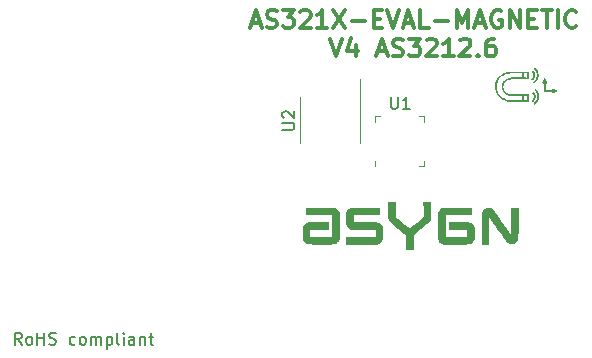
<source format=gbr>
G04 #@! TF.GenerationSoftware,KiCad,Pcbnew,6.0.9-8da3e8f707~117~ubuntu20.04.1*
G04 #@! TF.CreationDate,2022-12-15T16:29:10+01:00*
G04 #@! TF.ProjectId,picsyle-R_magnetic_915,70696373-796c-4652-9d52-5f6d61676e65,rev?*
G04 #@! TF.SameCoordinates,Original*
G04 #@! TF.FileFunction,Legend,Top*
G04 #@! TF.FilePolarity,Positive*
%FSLAX46Y46*%
G04 Gerber Fmt 4.6, Leading zero omitted, Abs format (unit mm)*
G04 Created by KiCad (PCBNEW 6.0.9-8da3e8f707~117~ubuntu20.04.1) date 2022-12-15 16:29:10*
%MOMM*%
%LPD*%
G01*
G04 APERTURE LIST*
%ADD10C,0.150000*%
%ADD11C,0.300000*%
%ADD12C,0.010000*%
%ADD13C,0.120000*%
G04 APERTURE END LIST*
D10*
X46295714Y-81512380D02*
X45962380Y-81036190D01*
X45724285Y-81512380D02*
X45724285Y-80512380D01*
X46105238Y-80512380D01*
X46200476Y-80560000D01*
X46248095Y-80607619D01*
X46295714Y-80702857D01*
X46295714Y-80845714D01*
X46248095Y-80940952D01*
X46200476Y-80988571D01*
X46105238Y-81036190D01*
X45724285Y-81036190D01*
X46867142Y-81512380D02*
X46771904Y-81464761D01*
X46724285Y-81417142D01*
X46676666Y-81321904D01*
X46676666Y-81036190D01*
X46724285Y-80940952D01*
X46771904Y-80893333D01*
X46867142Y-80845714D01*
X47010000Y-80845714D01*
X47105238Y-80893333D01*
X47152857Y-80940952D01*
X47200476Y-81036190D01*
X47200476Y-81321904D01*
X47152857Y-81417142D01*
X47105238Y-81464761D01*
X47010000Y-81512380D01*
X46867142Y-81512380D01*
X47629047Y-81512380D02*
X47629047Y-80512380D01*
X47629047Y-80988571D02*
X48200476Y-80988571D01*
X48200476Y-81512380D02*
X48200476Y-80512380D01*
X48629047Y-81464761D02*
X48771904Y-81512380D01*
X49010000Y-81512380D01*
X49105238Y-81464761D01*
X49152857Y-81417142D01*
X49200476Y-81321904D01*
X49200476Y-81226666D01*
X49152857Y-81131428D01*
X49105238Y-81083809D01*
X49010000Y-81036190D01*
X48819523Y-80988571D01*
X48724285Y-80940952D01*
X48676666Y-80893333D01*
X48629047Y-80798095D01*
X48629047Y-80702857D01*
X48676666Y-80607619D01*
X48724285Y-80560000D01*
X48819523Y-80512380D01*
X49057619Y-80512380D01*
X49200476Y-80560000D01*
X50819523Y-81464761D02*
X50724285Y-81512380D01*
X50533809Y-81512380D01*
X50438571Y-81464761D01*
X50390952Y-81417142D01*
X50343333Y-81321904D01*
X50343333Y-81036190D01*
X50390952Y-80940952D01*
X50438571Y-80893333D01*
X50533809Y-80845714D01*
X50724285Y-80845714D01*
X50819523Y-80893333D01*
X51390952Y-81512380D02*
X51295714Y-81464761D01*
X51248095Y-81417142D01*
X51200476Y-81321904D01*
X51200476Y-81036190D01*
X51248095Y-80940952D01*
X51295714Y-80893333D01*
X51390952Y-80845714D01*
X51533809Y-80845714D01*
X51629047Y-80893333D01*
X51676666Y-80940952D01*
X51724285Y-81036190D01*
X51724285Y-81321904D01*
X51676666Y-81417142D01*
X51629047Y-81464761D01*
X51533809Y-81512380D01*
X51390952Y-81512380D01*
X52152857Y-81512380D02*
X52152857Y-80845714D01*
X52152857Y-80940952D02*
X52200476Y-80893333D01*
X52295714Y-80845714D01*
X52438571Y-80845714D01*
X52533809Y-80893333D01*
X52581428Y-80988571D01*
X52581428Y-81512380D01*
X52581428Y-80988571D02*
X52629047Y-80893333D01*
X52724285Y-80845714D01*
X52867142Y-80845714D01*
X52962380Y-80893333D01*
X53010000Y-80988571D01*
X53010000Y-81512380D01*
X53486190Y-80845714D02*
X53486190Y-81845714D01*
X53486190Y-80893333D02*
X53581428Y-80845714D01*
X53771904Y-80845714D01*
X53867142Y-80893333D01*
X53914761Y-80940952D01*
X53962380Y-81036190D01*
X53962380Y-81321904D01*
X53914761Y-81417142D01*
X53867142Y-81464761D01*
X53771904Y-81512380D01*
X53581428Y-81512380D01*
X53486190Y-81464761D01*
X54533809Y-81512380D02*
X54438571Y-81464761D01*
X54390952Y-81369523D01*
X54390952Y-80512380D01*
X54914761Y-81512380D02*
X54914761Y-80845714D01*
X54914761Y-80512380D02*
X54867142Y-80560000D01*
X54914761Y-80607619D01*
X54962380Y-80560000D01*
X54914761Y-80512380D01*
X54914761Y-80607619D01*
X55819523Y-81512380D02*
X55819523Y-80988571D01*
X55771904Y-80893333D01*
X55676666Y-80845714D01*
X55486190Y-80845714D01*
X55390952Y-80893333D01*
X55819523Y-81464761D02*
X55724285Y-81512380D01*
X55486190Y-81512380D01*
X55390952Y-81464761D01*
X55343333Y-81369523D01*
X55343333Y-81274285D01*
X55390952Y-81179047D01*
X55486190Y-81131428D01*
X55724285Y-81131428D01*
X55819523Y-81083809D01*
X56295714Y-80845714D02*
X56295714Y-81512380D01*
X56295714Y-80940952D02*
X56343333Y-80893333D01*
X56438571Y-80845714D01*
X56581428Y-80845714D01*
X56676666Y-80893333D01*
X56724285Y-80988571D01*
X56724285Y-81512380D01*
X57057619Y-80845714D02*
X57438571Y-80845714D01*
X57200476Y-80512380D02*
X57200476Y-81369523D01*
X57248095Y-81464761D01*
X57343333Y-81512380D01*
X57438571Y-81512380D01*
D11*
X65750000Y-54272500D02*
X66464285Y-54272500D01*
X65607142Y-54701071D02*
X66107142Y-53201071D01*
X66607142Y-54701071D01*
X67035714Y-54629642D02*
X67250000Y-54701071D01*
X67607142Y-54701071D01*
X67750000Y-54629642D01*
X67821428Y-54558214D01*
X67892857Y-54415357D01*
X67892857Y-54272500D01*
X67821428Y-54129642D01*
X67750000Y-54058214D01*
X67607142Y-53986785D01*
X67321428Y-53915357D01*
X67178571Y-53843928D01*
X67107142Y-53772500D01*
X67035714Y-53629642D01*
X67035714Y-53486785D01*
X67107142Y-53343928D01*
X67178571Y-53272500D01*
X67321428Y-53201071D01*
X67678571Y-53201071D01*
X67892857Y-53272500D01*
X68392857Y-53201071D02*
X69321428Y-53201071D01*
X68821428Y-53772500D01*
X69035714Y-53772500D01*
X69178571Y-53843928D01*
X69250000Y-53915357D01*
X69321428Y-54058214D01*
X69321428Y-54415357D01*
X69250000Y-54558214D01*
X69178571Y-54629642D01*
X69035714Y-54701071D01*
X68607142Y-54701071D01*
X68464285Y-54629642D01*
X68392857Y-54558214D01*
X69892857Y-53343928D02*
X69964285Y-53272500D01*
X70107142Y-53201071D01*
X70464285Y-53201071D01*
X70607142Y-53272500D01*
X70678571Y-53343928D01*
X70750000Y-53486785D01*
X70750000Y-53629642D01*
X70678571Y-53843928D01*
X69821428Y-54701071D01*
X70750000Y-54701071D01*
X72178571Y-54701071D02*
X71321428Y-54701071D01*
X71750000Y-54701071D02*
X71750000Y-53201071D01*
X71607142Y-53415357D01*
X71464285Y-53558214D01*
X71321428Y-53629642D01*
X72678571Y-53201071D02*
X73678571Y-54701071D01*
X73678571Y-53201071D02*
X72678571Y-54701071D01*
X74250000Y-54129642D02*
X75392857Y-54129642D01*
X76107142Y-53915357D02*
X76607142Y-53915357D01*
X76821428Y-54701071D02*
X76107142Y-54701071D01*
X76107142Y-53201071D01*
X76821428Y-53201071D01*
X77250000Y-53201071D02*
X77750000Y-54701071D01*
X78250000Y-53201071D01*
X78678571Y-54272500D02*
X79392857Y-54272500D01*
X78535714Y-54701071D02*
X79035714Y-53201071D01*
X79535714Y-54701071D01*
X80750000Y-54701071D02*
X80035714Y-54701071D01*
X80035714Y-53201071D01*
X81250000Y-54129642D02*
X82392857Y-54129642D01*
X83107142Y-54701071D02*
X83107142Y-53201071D01*
X83607142Y-54272500D01*
X84107142Y-53201071D01*
X84107142Y-54701071D01*
X84750000Y-54272500D02*
X85464285Y-54272500D01*
X84607142Y-54701071D02*
X85107142Y-53201071D01*
X85607142Y-54701071D01*
X86892857Y-53272500D02*
X86750000Y-53201071D01*
X86535714Y-53201071D01*
X86321428Y-53272500D01*
X86178571Y-53415357D01*
X86107142Y-53558214D01*
X86035714Y-53843928D01*
X86035714Y-54058214D01*
X86107142Y-54343928D01*
X86178571Y-54486785D01*
X86321428Y-54629642D01*
X86535714Y-54701071D01*
X86678571Y-54701071D01*
X86892857Y-54629642D01*
X86964285Y-54558214D01*
X86964285Y-54058214D01*
X86678571Y-54058214D01*
X87607142Y-54701071D02*
X87607142Y-53201071D01*
X88464285Y-54701071D01*
X88464285Y-53201071D01*
X89178571Y-53915357D02*
X89678571Y-53915357D01*
X89892857Y-54701071D02*
X89178571Y-54701071D01*
X89178571Y-53201071D01*
X89892857Y-53201071D01*
X90321428Y-53201071D02*
X91178571Y-53201071D01*
X90750000Y-54701071D02*
X90750000Y-53201071D01*
X91678571Y-54701071D02*
X91678571Y-53201071D01*
X93250000Y-54558214D02*
X93178571Y-54629642D01*
X92964285Y-54701071D01*
X92821428Y-54701071D01*
X92607142Y-54629642D01*
X92464285Y-54486785D01*
X92392857Y-54343928D01*
X92321428Y-54058214D01*
X92321428Y-53843928D01*
X92392857Y-53558214D01*
X92464285Y-53415357D01*
X92607142Y-53272500D01*
X92821428Y-53201071D01*
X92964285Y-53201071D01*
X93178571Y-53272500D01*
X93250000Y-53343928D01*
X72428571Y-55616071D02*
X72928571Y-57116071D01*
X73428571Y-55616071D01*
X74571428Y-56116071D02*
X74571428Y-57116071D01*
X74214285Y-55544642D02*
X73857142Y-56616071D01*
X74785714Y-56616071D01*
X76428571Y-56687500D02*
X77142857Y-56687500D01*
X76285714Y-57116071D02*
X76785714Y-55616071D01*
X77285714Y-57116071D01*
X77714285Y-57044642D02*
X77928571Y-57116071D01*
X78285714Y-57116071D01*
X78428571Y-57044642D01*
X78500000Y-56973214D01*
X78571428Y-56830357D01*
X78571428Y-56687500D01*
X78500000Y-56544642D01*
X78428571Y-56473214D01*
X78285714Y-56401785D01*
X78000000Y-56330357D01*
X77857142Y-56258928D01*
X77785714Y-56187500D01*
X77714285Y-56044642D01*
X77714285Y-55901785D01*
X77785714Y-55758928D01*
X77857142Y-55687500D01*
X78000000Y-55616071D01*
X78357142Y-55616071D01*
X78571428Y-55687500D01*
X79071428Y-55616071D02*
X80000000Y-55616071D01*
X79500000Y-56187500D01*
X79714285Y-56187500D01*
X79857142Y-56258928D01*
X79928571Y-56330357D01*
X80000000Y-56473214D01*
X80000000Y-56830357D01*
X79928571Y-56973214D01*
X79857142Y-57044642D01*
X79714285Y-57116071D01*
X79285714Y-57116071D01*
X79142857Y-57044642D01*
X79071428Y-56973214D01*
X80571428Y-55758928D02*
X80642857Y-55687500D01*
X80785714Y-55616071D01*
X81142857Y-55616071D01*
X81285714Y-55687500D01*
X81357142Y-55758928D01*
X81428571Y-55901785D01*
X81428571Y-56044642D01*
X81357142Y-56258928D01*
X80500000Y-57116071D01*
X81428571Y-57116071D01*
X82857142Y-57116071D02*
X82000000Y-57116071D01*
X82428571Y-57116071D02*
X82428571Y-55616071D01*
X82285714Y-55830357D01*
X82142857Y-55973214D01*
X82000000Y-56044642D01*
X83428571Y-55758928D02*
X83500000Y-55687500D01*
X83642857Y-55616071D01*
X84000000Y-55616071D01*
X84142857Y-55687500D01*
X84214285Y-55758928D01*
X84285714Y-55901785D01*
X84285714Y-56044642D01*
X84214285Y-56258928D01*
X83357142Y-57116071D01*
X84285714Y-57116071D01*
X84928571Y-56973214D02*
X85000000Y-57044642D01*
X84928571Y-57116071D01*
X84857142Y-57044642D01*
X84928571Y-56973214D01*
X84928571Y-57116071D01*
X86285714Y-55616071D02*
X86000000Y-55616071D01*
X85857142Y-55687500D01*
X85785714Y-55758928D01*
X85642857Y-55973214D01*
X85571428Y-56258928D01*
X85571428Y-56830357D01*
X85642857Y-56973214D01*
X85714285Y-57044642D01*
X85857142Y-57116071D01*
X86142857Y-57116071D01*
X86285714Y-57044642D01*
X86357142Y-56973214D01*
X86428571Y-56830357D01*
X86428571Y-56473214D01*
X86357142Y-56330357D01*
X86285714Y-56258928D01*
X86142857Y-56187500D01*
X85857142Y-56187500D01*
X85714285Y-56258928D01*
X85642857Y-56330357D01*
X85571428Y-56473214D01*
D10*
X68372380Y-63311904D02*
X69181904Y-63311904D01*
X69277142Y-63264285D01*
X69324761Y-63216666D01*
X69372380Y-63121428D01*
X69372380Y-62930952D01*
X69324761Y-62835714D01*
X69277142Y-62788095D01*
X69181904Y-62740476D01*
X68372380Y-62740476D01*
X68467619Y-62311904D02*
X68420000Y-62264285D01*
X68372380Y-62169047D01*
X68372380Y-61930952D01*
X68420000Y-61835714D01*
X68467619Y-61788095D01*
X68562857Y-61740476D01*
X68658095Y-61740476D01*
X68800952Y-61788095D01*
X69372380Y-62359523D01*
X69372380Y-61740476D01*
X77558095Y-60542380D02*
X77558095Y-61351904D01*
X77605714Y-61447142D01*
X77653333Y-61494761D01*
X77748571Y-61542380D01*
X77939047Y-61542380D01*
X78034285Y-61494761D01*
X78081904Y-61447142D01*
X78129523Y-61351904D01*
X78129523Y-60542380D01*
X79129523Y-61542380D02*
X78558095Y-61542380D01*
X78843809Y-61542380D02*
X78843809Y-60542380D01*
X78748571Y-60685238D01*
X78653333Y-60780476D01*
X78558095Y-60828095D01*
G36*
X84323500Y-70476917D02*
G01*
X82090416Y-70476917D01*
X82090416Y-72403083D01*
X84016583Y-72403083D01*
X84016583Y-71715167D01*
X82492583Y-71715167D01*
X82492583Y-71164833D01*
X83310568Y-71164833D01*
X83467494Y-71164840D01*
X83604761Y-71164924D01*
X83723876Y-71165177D01*
X83826347Y-71165691D01*
X83913681Y-71166559D01*
X83987386Y-71167875D01*
X84048969Y-71169729D01*
X84099937Y-71172216D01*
X84141799Y-71175428D01*
X84176061Y-71179457D01*
X84204231Y-71184396D01*
X84227817Y-71190338D01*
X84248325Y-71197375D01*
X84267264Y-71205600D01*
X84286141Y-71215106D01*
X84306463Y-71225985D01*
X84306558Y-71226036D01*
X84371669Y-71270419D01*
X84433803Y-71329947D01*
X84487455Y-71398748D01*
X84518415Y-71452086D01*
X84532674Y-71483149D01*
X84544563Y-71514965D01*
X84554260Y-71549665D01*
X84561945Y-71589377D01*
X84567795Y-71636229D01*
X84571988Y-71692352D01*
X84574704Y-71759873D01*
X84576120Y-71840923D01*
X84576415Y-71937630D01*
X84575767Y-72052123D01*
X84575025Y-72127917D01*
X84573835Y-72231216D01*
X84572638Y-72315703D01*
X84571300Y-72383732D01*
X84569687Y-72437657D01*
X84567667Y-72479832D01*
X84565105Y-72512611D01*
X84561868Y-72538348D01*
X84557823Y-72559397D01*
X84552836Y-72578112D01*
X84548768Y-72590918D01*
X84508930Y-72680163D01*
X84452716Y-72761590D01*
X84383274Y-72832260D01*
X84303749Y-72889232D01*
X84217290Y-72929566D01*
X84172351Y-72942597D01*
X84154273Y-72944297D01*
X84115891Y-72945868D01*
X84058064Y-72947301D01*
X83981653Y-72948589D01*
X83887521Y-72949724D01*
X83776527Y-72950698D01*
X83649532Y-72951503D01*
X83507399Y-72952131D01*
X83350987Y-72952575D01*
X83181158Y-72952827D01*
X83042916Y-72952885D01*
X81958125Y-72952870D01*
X81886917Y-72928602D01*
X81809559Y-72894584D01*
X81735733Y-72848095D01*
X81673234Y-72794247D01*
X81659809Y-72779681D01*
X81625431Y-72732174D01*
X81591961Y-72672080D01*
X81563418Y-72607750D01*
X81543822Y-72547534D01*
X81540244Y-72531284D01*
X81538363Y-72510596D01*
X81536658Y-72470613D01*
X81535128Y-72413129D01*
X81533772Y-72339934D01*
X81532590Y-72252819D01*
X81531580Y-72153576D01*
X81530742Y-72043995D01*
X81530074Y-71925868D01*
X81529578Y-71800985D01*
X81529250Y-71671139D01*
X81529091Y-71538120D01*
X81529100Y-71403719D01*
X81529276Y-71269728D01*
X81529619Y-71137937D01*
X81530127Y-71010138D01*
X81530800Y-70888122D01*
X81531637Y-70773681D01*
X81532637Y-70668604D01*
X81533800Y-70574684D01*
X81535124Y-70493711D01*
X81536609Y-70427477D01*
X81538254Y-70377773D01*
X81540059Y-70346390D01*
X81541195Y-70337208D01*
X81568411Y-70251646D01*
X81612156Y-70168794D01*
X81669024Y-70093102D01*
X81735611Y-70029020D01*
X81808511Y-69980995D01*
X81817102Y-69976724D01*
X81836163Y-69967518D01*
X81853718Y-69959299D01*
X81871013Y-69952008D01*
X81889295Y-69945591D01*
X81909809Y-69939992D01*
X81933802Y-69935155D01*
X81962520Y-69931023D01*
X81997208Y-69927542D01*
X82039113Y-69924655D01*
X82089481Y-69922306D01*
X82149558Y-69920439D01*
X82220590Y-69918999D01*
X82303823Y-69917929D01*
X82400502Y-69917174D01*
X82511875Y-69916677D01*
X82639187Y-69916384D01*
X82783685Y-69916237D01*
X82946613Y-69916181D01*
X83129219Y-69916161D01*
X83167270Y-69916156D01*
X84323500Y-69916000D01*
X84323500Y-70476917D01*
G37*
D12*
X84323500Y-70476917D02*
X82090416Y-70476917D01*
X82090416Y-72403083D01*
X84016583Y-72403083D01*
X84016583Y-71715167D01*
X82492583Y-71715167D01*
X82492583Y-71164833D01*
X83310568Y-71164833D01*
X83467494Y-71164840D01*
X83604761Y-71164924D01*
X83723876Y-71165177D01*
X83826347Y-71165691D01*
X83913681Y-71166559D01*
X83987386Y-71167875D01*
X84048969Y-71169729D01*
X84099937Y-71172216D01*
X84141799Y-71175428D01*
X84176061Y-71179457D01*
X84204231Y-71184396D01*
X84227817Y-71190338D01*
X84248325Y-71197375D01*
X84267264Y-71205600D01*
X84286141Y-71215106D01*
X84306463Y-71225985D01*
X84306558Y-71226036D01*
X84371669Y-71270419D01*
X84433803Y-71329947D01*
X84487455Y-71398748D01*
X84518415Y-71452086D01*
X84532674Y-71483149D01*
X84544563Y-71514965D01*
X84554260Y-71549665D01*
X84561945Y-71589377D01*
X84567795Y-71636229D01*
X84571988Y-71692352D01*
X84574704Y-71759873D01*
X84576120Y-71840923D01*
X84576415Y-71937630D01*
X84575767Y-72052123D01*
X84575025Y-72127917D01*
X84573835Y-72231216D01*
X84572638Y-72315703D01*
X84571300Y-72383732D01*
X84569687Y-72437657D01*
X84567667Y-72479832D01*
X84565105Y-72512611D01*
X84561868Y-72538348D01*
X84557823Y-72559397D01*
X84552836Y-72578112D01*
X84548768Y-72590918D01*
X84508930Y-72680163D01*
X84452716Y-72761590D01*
X84383274Y-72832260D01*
X84303749Y-72889232D01*
X84217290Y-72929566D01*
X84172351Y-72942597D01*
X84154273Y-72944297D01*
X84115891Y-72945868D01*
X84058064Y-72947301D01*
X83981653Y-72948589D01*
X83887521Y-72949724D01*
X83776527Y-72950698D01*
X83649532Y-72951503D01*
X83507399Y-72952131D01*
X83350987Y-72952575D01*
X83181158Y-72952827D01*
X83042916Y-72952885D01*
X81958125Y-72952870D01*
X81886917Y-72928602D01*
X81809559Y-72894584D01*
X81735733Y-72848095D01*
X81673234Y-72794247D01*
X81659809Y-72779681D01*
X81625431Y-72732174D01*
X81591961Y-72672080D01*
X81563418Y-72607750D01*
X81543822Y-72547534D01*
X81540244Y-72531284D01*
X81538363Y-72510596D01*
X81536658Y-72470613D01*
X81535128Y-72413129D01*
X81533772Y-72339934D01*
X81532590Y-72252819D01*
X81531580Y-72153576D01*
X81530742Y-72043995D01*
X81530074Y-71925868D01*
X81529578Y-71800985D01*
X81529250Y-71671139D01*
X81529091Y-71538120D01*
X81529100Y-71403719D01*
X81529276Y-71269728D01*
X81529619Y-71137937D01*
X81530127Y-71010138D01*
X81530800Y-70888122D01*
X81531637Y-70773681D01*
X81532637Y-70668604D01*
X81533800Y-70574684D01*
X81535124Y-70493711D01*
X81536609Y-70427477D01*
X81538254Y-70377773D01*
X81540059Y-70346390D01*
X81541195Y-70337208D01*
X81568411Y-70251646D01*
X81612156Y-70168794D01*
X81669024Y-70093102D01*
X81735611Y-70029020D01*
X81808511Y-69980995D01*
X81817102Y-69976724D01*
X81836163Y-69967518D01*
X81853718Y-69959299D01*
X81871013Y-69952008D01*
X81889295Y-69945591D01*
X81909809Y-69939992D01*
X81933802Y-69935155D01*
X81962520Y-69931023D01*
X81997208Y-69927542D01*
X82039113Y-69924655D01*
X82089481Y-69922306D01*
X82149558Y-69920439D01*
X82220590Y-69918999D01*
X82303823Y-69917929D01*
X82400502Y-69917174D01*
X82511875Y-69916677D01*
X82639187Y-69916384D01*
X82783685Y-69916237D01*
X82946613Y-69916181D01*
X83129219Y-69916161D01*
X83167270Y-69916156D01*
X84323500Y-69916000D01*
X84323500Y-70476917D01*
G36*
X77888833Y-70684425D02*
G01*
X78493323Y-71186567D01*
X78591169Y-71267732D01*
X78684378Y-71344830D01*
X78771659Y-71416808D01*
X78851722Y-71482610D01*
X78923276Y-71541183D01*
X78985029Y-71591473D01*
X79035691Y-71632424D01*
X79073971Y-71662983D01*
X79098577Y-71682096D01*
X79108218Y-71688708D01*
X79108220Y-71688708D01*
X79117840Y-71682093D01*
X79142403Y-71662952D01*
X79180620Y-71632342D01*
X79231199Y-71591322D01*
X79292851Y-71540947D01*
X79364286Y-71482275D01*
X79444212Y-71416363D01*
X79531341Y-71344268D01*
X79624381Y-71267048D01*
X79721350Y-71186337D01*
X80324074Y-70683966D01*
X80316574Y-70056566D01*
X80309074Y-69429167D01*
X80873333Y-69429167D01*
X80873176Y-70093271D01*
X80873109Y-70236408D01*
X80872894Y-70360085D01*
X80872404Y-70466006D01*
X80871510Y-70555879D01*
X80870083Y-70631408D01*
X80867997Y-70694299D01*
X80865122Y-70746258D01*
X80861331Y-70788992D01*
X80856496Y-70824205D01*
X80850487Y-70853604D01*
X80843178Y-70878894D01*
X80834441Y-70901782D01*
X80824146Y-70923972D01*
X80812166Y-70947172D01*
X80808519Y-70954029D01*
X80782793Y-70995954D01*
X80751551Y-71038278D01*
X80731874Y-71060847D01*
X80716903Y-71074731D01*
X80686972Y-71101006D01*
X80643410Y-71138547D01*
X80587547Y-71186231D01*
X80520713Y-71242932D01*
X80444236Y-71307526D01*
X80359447Y-71378889D01*
X80267675Y-71455895D01*
X80170249Y-71537422D01*
X80068499Y-71622343D01*
X80034422Y-71650735D01*
X79381083Y-72194845D01*
X79381083Y-73450833D01*
X78830750Y-73450833D01*
X78830431Y-72823771D01*
X78830112Y-72196708D01*
X78150451Y-71630500D01*
X78023599Y-71524793D01*
X77911971Y-71431614D01*
X77814525Y-71349949D01*
X77730220Y-71278785D01*
X77658012Y-71217106D01*
X77596859Y-71163900D01*
X77545719Y-71118151D01*
X77503548Y-71078846D01*
X77469305Y-71044971D01*
X77441947Y-71015511D01*
X77420432Y-70989452D01*
X77403716Y-70965781D01*
X77390758Y-70943483D01*
X77380515Y-70921544D01*
X77371944Y-70898950D01*
X77364003Y-70874687D01*
X77359906Y-70861493D01*
X77355597Y-70846824D01*
X77351908Y-70831705D01*
X77348791Y-70814452D01*
X77346197Y-70793380D01*
X77344080Y-70766805D01*
X77342389Y-70733043D01*
X77341079Y-70690410D01*
X77340100Y-70637221D01*
X77339405Y-70571792D01*
X77338946Y-70492439D01*
X77338674Y-70397477D01*
X77338542Y-70285222D01*
X77338501Y-70153991D01*
X77338500Y-70110677D01*
X77338500Y-69429167D01*
X77888833Y-69429167D01*
X77888833Y-70684425D01*
G37*
X77888833Y-70684425D02*
X78493323Y-71186567D01*
X78591169Y-71267732D01*
X78684378Y-71344830D01*
X78771659Y-71416808D01*
X78851722Y-71482610D01*
X78923276Y-71541183D01*
X78985029Y-71591473D01*
X79035691Y-71632424D01*
X79073971Y-71662983D01*
X79098577Y-71682096D01*
X79108218Y-71688708D01*
X79108220Y-71688708D01*
X79117840Y-71682093D01*
X79142403Y-71662952D01*
X79180620Y-71632342D01*
X79231199Y-71591322D01*
X79292851Y-71540947D01*
X79364286Y-71482275D01*
X79444212Y-71416363D01*
X79531341Y-71344268D01*
X79624381Y-71267048D01*
X79721350Y-71186337D01*
X80324074Y-70683966D01*
X80316574Y-70056566D01*
X80309074Y-69429167D01*
X80873333Y-69429167D01*
X80873176Y-70093271D01*
X80873109Y-70236408D01*
X80872894Y-70360085D01*
X80872404Y-70466006D01*
X80871510Y-70555879D01*
X80870083Y-70631408D01*
X80867997Y-70694299D01*
X80865122Y-70746258D01*
X80861331Y-70788992D01*
X80856496Y-70824205D01*
X80850487Y-70853604D01*
X80843178Y-70878894D01*
X80834441Y-70901782D01*
X80824146Y-70923972D01*
X80812166Y-70947172D01*
X80808519Y-70954029D01*
X80782793Y-70995954D01*
X80751551Y-71038278D01*
X80731874Y-71060847D01*
X80716903Y-71074731D01*
X80686972Y-71101006D01*
X80643410Y-71138547D01*
X80587547Y-71186231D01*
X80520713Y-71242932D01*
X80444236Y-71307526D01*
X80359447Y-71378889D01*
X80267675Y-71455895D01*
X80170249Y-71537422D01*
X80068499Y-71622343D01*
X80034422Y-71650735D01*
X79381083Y-72194845D01*
X79381083Y-73450833D01*
X78830750Y-73450833D01*
X78830431Y-72823771D01*
X78830112Y-72196708D01*
X78150451Y-71630500D01*
X78023599Y-71524793D01*
X77911971Y-71431614D01*
X77814525Y-71349949D01*
X77730220Y-71278785D01*
X77658012Y-71217106D01*
X77596859Y-71163900D01*
X77545719Y-71118151D01*
X77503548Y-71078846D01*
X77469305Y-71044971D01*
X77441947Y-71015511D01*
X77420432Y-70989452D01*
X77403716Y-70965781D01*
X77390758Y-70943483D01*
X77380515Y-70921544D01*
X77371944Y-70898950D01*
X77364003Y-70874687D01*
X77359906Y-70861493D01*
X77355597Y-70846824D01*
X77351908Y-70831705D01*
X77348791Y-70814452D01*
X77346197Y-70793380D01*
X77344080Y-70766805D01*
X77342389Y-70733043D01*
X77341079Y-70690410D01*
X77340100Y-70637221D01*
X77339405Y-70571792D01*
X77338946Y-70492439D01*
X77338674Y-70397477D01*
X77338542Y-70285222D01*
X77338501Y-70153991D01*
X77338500Y-70110677D01*
X77338500Y-69429167D01*
X77888833Y-69429167D01*
X77888833Y-70684425D01*
G36*
X71705134Y-69916008D02*
G01*
X71868486Y-69916047D01*
X72013124Y-69916137D01*
X72140278Y-69916299D01*
X72251173Y-69916555D01*
X72347036Y-69916925D01*
X72429095Y-69917430D01*
X72498576Y-69918090D01*
X72556708Y-69918928D01*
X72604716Y-69919963D01*
X72643828Y-69921217D01*
X72675270Y-69922711D01*
X72700271Y-69924465D01*
X72720056Y-69926501D01*
X72735853Y-69928839D01*
X72748890Y-69931500D01*
X72760392Y-69934505D01*
X72769617Y-69937265D01*
X72858831Y-69975062D01*
X72940680Y-70029646D01*
X73011185Y-70097657D01*
X73066368Y-70175737D01*
X73077887Y-70197623D01*
X73087318Y-70216779D01*
X73095688Y-70234350D01*
X73103060Y-70251653D01*
X73109497Y-70270004D01*
X73115063Y-70290720D01*
X73119821Y-70315118D01*
X73123833Y-70344515D01*
X73127165Y-70380227D01*
X73129878Y-70423571D01*
X73132036Y-70475864D01*
X73133703Y-70538422D01*
X73134941Y-70612563D01*
X73135814Y-70699602D01*
X73136385Y-70800857D01*
X73136718Y-70917644D01*
X73136875Y-71051280D01*
X73136920Y-71203082D01*
X73136917Y-71374366D01*
X73136916Y-71425827D01*
X73136816Y-71623994D01*
X73136512Y-71801423D01*
X73136000Y-71958544D01*
X73135276Y-72095785D01*
X73134334Y-72213575D01*
X73133171Y-72312343D01*
X73131781Y-72392517D01*
X73130161Y-72454526D01*
X73128305Y-72498799D01*
X73126210Y-72525765D01*
X73125221Y-72532208D01*
X73098565Y-72616441D01*
X73055868Y-72698290D01*
X73000516Y-72773322D01*
X72935895Y-72837105D01*
X72865392Y-72885208D01*
X72849301Y-72893307D01*
X72829005Y-72902866D01*
X72810280Y-72911349D01*
X72791801Y-72918819D01*
X72772245Y-72925339D01*
X72750285Y-72930971D01*
X72724597Y-72935780D01*
X72693857Y-72939827D01*
X72656739Y-72943175D01*
X72611919Y-72945888D01*
X72558073Y-72948029D01*
X72493875Y-72949661D01*
X72418001Y-72950846D01*
X72329126Y-72951647D01*
X72225925Y-72952128D01*
X72107073Y-72952352D01*
X71971247Y-72952381D01*
X71817120Y-72952278D01*
X71643369Y-72952107D01*
X71612916Y-72952076D01*
X71451419Y-72951816D01*
X71298544Y-72951369D01*
X71155545Y-72950748D01*
X71023676Y-72949966D01*
X70904192Y-72949035D01*
X70798345Y-72947968D01*
X70707391Y-72946778D01*
X70632582Y-72945477D01*
X70575174Y-72944078D01*
X70536419Y-72942594D01*
X70517573Y-72941037D01*
X70517541Y-72941031D01*
X70430985Y-72914792D01*
X70346706Y-72870967D01*
X70269475Y-72812989D01*
X70204057Y-72744292D01*
X70165425Y-72687465D01*
X70150468Y-72660730D01*
X70137931Y-72636197D01*
X70127612Y-72611783D01*
X70119312Y-72585407D01*
X70112831Y-72554986D01*
X70107967Y-72518439D01*
X70104522Y-72473682D01*
X70102295Y-72418633D01*
X70101085Y-72351211D01*
X70100692Y-72269333D01*
X70100917Y-72170917D01*
X70101559Y-72053881D01*
X70101738Y-72025091D01*
X70104791Y-71538899D01*
X70149674Y-71448345D01*
X70205951Y-71356725D01*
X70275979Y-71281195D01*
X70359747Y-71221767D01*
X70457245Y-71178447D01*
X70479775Y-71171305D01*
X70492370Y-71168125D01*
X70508226Y-71165359D01*
X70528800Y-71162980D01*
X70555550Y-71160960D01*
X70589934Y-71159270D01*
X70633407Y-71157882D01*
X70687428Y-71156767D01*
X70753454Y-71155899D01*
X70832942Y-71155248D01*
X70927350Y-71154786D01*
X71038134Y-71154485D01*
X71166753Y-71154316D01*
X71314663Y-71154253D01*
X71360837Y-71154250D01*
X72184416Y-71154250D01*
X72184416Y-71704583D01*
X70649833Y-71704583D01*
X70649833Y-72392500D01*
X72576000Y-72392500D01*
X72576000Y-70466333D01*
X70342916Y-70466333D01*
X70342916Y-69916000D01*
X71521843Y-69916000D01*
X71705134Y-69916008D01*
G37*
X71705134Y-69916008D02*
X71868486Y-69916047D01*
X72013124Y-69916137D01*
X72140278Y-69916299D01*
X72251173Y-69916555D01*
X72347036Y-69916925D01*
X72429095Y-69917430D01*
X72498576Y-69918090D01*
X72556708Y-69918928D01*
X72604716Y-69919963D01*
X72643828Y-69921217D01*
X72675270Y-69922711D01*
X72700271Y-69924465D01*
X72720056Y-69926501D01*
X72735853Y-69928839D01*
X72748890Y-69931500D01*
X72760392Y-69934505D01*
X72769617Y-69937265D01*
X72858831Y-69975062D01*
X72940680Y-70029646D01*
X73011185Y-70097657D01*
X73066368Y-70175737D01*
X73077887Y-70197623D01*
X73087318Y-70216779D01*
X73095688Y-70234350D01*
X73103060Y-70251653D01*
X73109497Y-70270004D01*
X73115063Y-70290720D01*
X73119821Y-70315118D01*
X73123833Y-70344515D01*
X73127165Y-70380227D01*
X73129878Y-70423571D01*
X73132036Y-70475864D01*
X73133703Y-70538422D01*
X73134941Y-70612563D01*
X73135814Y-70699602D01*
X73136385Y-70800857D01*
X73136718Y-70917644D01*
X73136875Y-71051280D01*
X73136920Y-71203082D01*
X73136917Y-71374366D01*
X73136916Y-71425827D01*
X73136816Y-71623994D01*
X73136512Y-71801423D01*
X73136000Y-71958544D01*
X73135276Y-72095785D01*
X73134334Y-72213575D01*
X73133171Y-72312343D01*
X73131781Y-72392517D01*
X73130161Y-72454526D01*
X73128305Y-72498799D01*
X73126210Y-72525765D01*
X73125221Y-72532208D01*
X73098565Y-72616441D01*
X73055868Y-72698290D01*
X73000516Y-72773322D01*
X72935895Y-72837105D01*
X72865392Y-72885208D01*
X72849301Y-72893307D01*
X72829005Y-72902866D01*
X72810280Y-72911349D01*
X72791801Y-72918819D01*
X72772245Y-72925339D01*
X72750285Y-72930971D01*
X72724597Y-72935780D01*
X72693857Y-72939827D01*
X72656739Y-72943175D01*
X72611919Y-72945888D01*
X72558073Y-72948029D01*
X72493875Y-72949661D01*
X72418001Y-72950846D01*
X72329126Y-72951647D01*
X72225925Y-72952128D01*
X72107073Y-72952352D01*
X71971247Y-72952381D01*
X71817120Y-72952278D01*
X71643369Y-72952107D01*
X71612916Y-72952076D01*
X71451419Y-72951816D01*
X71298544Y-72951369D01*
X71155545Y-72950748D01*
X71023676Y-72949966D01*
X70904192Y-72949035D01*
X70798345Y-72947968D01*
X70707391Y-72946778D01*
X70632582Y-72945477D01*
X70575174Y-72944078D01*
X70536419Y-72942594D01*
X70517573Y-72941037D01*
X70517541Y-72941031D01*
X70430985Y-72914792D01*
X70346706Y-72870967D01*
X70269475Y-72812989D01*
X70204057Y-72744292D01*
X70165425Y-72687465D01*
X70150468Y-72660730D01*
X70137931Y-72636197D01*
X70127612Y-72611783D01*
X70119312Y-72585407D01*
X70112831Y-72554986D01*
X70107967Y-72518439D01*
X70104522Y-72473682D01*
X70102295Y-72418633D01*
X70101085Y-72351211D01*
X70100692Y-72269333D01*
X70100917Y-72170917D01*
X70101559Y-72053881D01*
X70101738Y-72025091D01*
X70104791Y-71538899D01*
X70149674Y-71448345D01*
X70205951Y-71356725D01*
X70275979Y-71281195D01*
X70359747Y-71221767D01*
X70457245Y-71178447D01*
X70479775Y-71171305D01*
X70492370Y-71168125D01*
X70508226Y-71165359D01*
X70528800Y-71162980D01*
X70555550Y-71160960D01*
X70589934Y-71159270D01*
X70633407Y-71157882D01*
X70687428Y-71156767D01*
X70753454Y-71155899D01*
X70832942Y-71155248D01*
X70927350Y-71154786D01*
X71038134Y-71154485D01*
X71166753Y-71154316D01*
X71314663Y-71154253D01*
X71360837Y-71154250D01*
X72184416Y-71154250D01*
X72184416Y-71704583D01*
X70649833Y-71704583D01*
X70649833Y-72392500D01*
X72576000Y-72392500D01*
X72576000Y-70466333D01*
X70342916Y-70466333D01*
X70342916Y-69916000D01*
X71521843Y-69916000D01*
X71705134Y-69916008D01*
G36*
X76565916Y-70476917D02*
G01*
X74332833Y-70476917D01*
X74332833Y-71164833D01*
X75351479Y-71164959D01*
X75524686Y-71164978D01*
X75678071Y-71165030D01*
X75812976Y-71165176D01*
X75930746Y-71165477D01*
X76032722Y-71165995D01*
X76120251Y-71166788D01*
X76194673Y-71167920D01*
X76257335Y-71169450D01*
X76309578Y-71171439D01*
X76352746Y-71173949D01*
X76388184Y-71177040D01*
X76417234Y-71180772D01*
X76441240Y-71185208D01*
X76461546Y-71190407D01*
X76479496Y-71196431D01*
X76496432Y-71203341D01*
X76513699Y-71211197D01*
X76528875Y-71218307D01*
X76570528Y-71243759D01*
X76617976Y-71282079D01*
X76666004Y-71328055D01*
X76709402Y-71376475D01*
X76742956Y-71422125D01*
X76755859Y-71445292D01*
X76768218Y-71472436D01*
X76778502Y-71497662D01*
X76786900Y-71523174D01*
X76793604Y-71551175D01*
X76798806Y-71583869D01*
X76802697Y-71623460D01*
X76805468Y-71672151D01*
X76807310Y-71732146D01*
X76808415Y-71805648D01*
X76808974Y-71894863D01*
X76809179Y-72001992D01*
X76809207Y-72059850D01*
X76809139Y-72173612D01*
X76808822Y-72268257D01*
X76808188Y-72345833D01*
X76807172Y-72408388D01*
X76805706Y-72457970D01*
X76803723Y-72496628D01*
X76801156Y-72526409D01*
X76797939Y-72549364D01*
X76794005Y-72567538D01*
X76792448Y-72573141D01*
X76754204Y-72668340D01*
X76699408Y-72754016D01*
X76630568Y-72827858D01*
X76550189Y-72887552D01*
X76460777Y-72930786D01*
X76381410Y-72952530D01*
X76360825Y-72954522D01*
X76321798Y-72956318D01*
X76264063Y-72957919D01*
X76187353Y-72959328D01*
X76091402Y-72960547D01*
X75975944Y-72961578D01*
X75840712Y-72962423D01*
X75685439Y-72963085D01*
X75509859Y-72963567D01*
X75313706Y-72963869D01*
X75096713Y-72963995D01*
X75045264Y-72964000D01*
X73771916Y-72964000D01*
X73771916Y-72403083D01*
X76259000Y-72403083D01*
X76259000Y-71715167D01*
X75233531Y-71715167D01*
X75063154Y-71715155D01*
X74912618Y-71715103D01*
X74780597Y-71714986D01*
X74665764Y-71714777D01*
X74566793Y-71714452D01*
X74482358Y-71713985D01*
X74411134Y-71713350D01*
X74351794Y-71712523D01*
X74303012Y-71711476D01*
X74263461Y-71710186D01*
X74231817Y-71708626D01*
X74206753Y-71706772D01*
X74186942Y-71704596D01*
X74171059Y-71702075D01*
X74157777Y-71699183D01*
X74145771Y-71695894D01*
X74140038Y-71694156D01*
X74045759Y-71654398D01*
X73961703Y-71597656D01*
X73890200Y-71526353D01*
X73833584Y-71442913D01*
X73794186Y-71349758D01*
X73788139Y-71328505D01*
X73783536Y-71299432D01*
X73779616Y-71252125D01*
X73776377Y-71189503D01*
X73773820Y-71114486D01*
X73771946Y-71029994D01*
X73770754Y-70938949D01*
X73770244Y-70844270D01*
X73770417Y-70748877D01*
X73771272Y-70655690D01*
X73772809Y-70567631D01*
X73775030Y-70487618D01*
X73777932Y-70418573D01*
X73781518Y-70363415D01*
X73785786Y-70325065D01*
X73788121Y-70313315D01*
X73822923Y-70219780D01*
X73875090Y-70134533D01*
X73941937Y-70060093D01*
X74020775Y-69998976D01*
X74108919Y-69953701D01*
X74199839Y-69927470D01*
X74221430Y-69925363D01*
X74262067Y-69923475D01*
X74321974Y-69921805D01*
X74401372Y-69920350D01*
X74500484Y-69919109D01*
X74619532Y-69918079D01*
X74758739Y-69917258D01*
X74918326Y-69916644D01*
X75098518Y-69916234D01*
X75299535Y-69916028D01*
X75414277Y-69916000D01*
X76565916Y-69916000D01*
X76565916Y-70476917D01*
G37*
X76565916Y-70476917D02*
X74332833Y-70476917D01*
X74332833Y-71164833D01*
X75351479Y-71164959D01*
X75524686Y-71164978D01*
X75678071Y-71165030D01*
X75812976Y-71165176D01*
X75930746Y-71165477D01*
X76032722Y-71165995D01*
X76120251Y-71166788D01*
X76194673Y-71167920D01*
X76257335Y-71169450D01*
X76309578Y-71171439D01*
X76352746Y-71173949D01*
X76388184Y-71177040D01*
X76417234Y-71180772D01*
X76441240Y-71185208D01*
X76461546Y-71190407D01*
X76479496Y-71196431D01*
X76496432Y-71203341D01*
X76513699Y-71211197D01*
X76528875Y-71218307D01*
X76570528Y-71243759D01*
X76617976Y-71282079D01*
X76666004Y-71328055D01*
X76709402Y-71376475D01*
X76742956Y-71422125D01*
X76755859Y-71445292D01*
X76768218Y-71472436D01*
X76778502Y-71497662D01*
X76786900Y-71523174D01*
X76793604Y-71551175D01*
X76798806Y-71583869D01*
X76802697Y-71623460D01*
X76805468Y-71672151D01*
X76807310Y-71732146D01*
X76808415Y-71805648D01*
X76808974Y-71894863D01*
X76809179Y-72001992D01*
X76809207Y-72059850D01*
X76809139Y-72173612D01*
X76808822Y-72268257D01*
X76808188Y-72345833D01*
X76807172Y-72408388D01*
X76805706Y-72457970D01*
X76803723Y-72496628D01*
X76801156Y-72526409D01*
X76797939Y-72549364D01*
X76794005Y-72567538D01*
X76792448Y-72573141D01*
X76754204Y-72668340D01*
X76699408Y-72754016D01*
X76630568Y-72827858D01*
X76550189Y-72887552D01*
X76460777Y-72930786D01*
X76381410Y-72952530D01*
X76360825Y-72954522D01*
X76321798Y-72956318D01*
X76264063Y-72957919D01*
X76187353Y-72959328D01*
X76091402Y-72960547D01*
X75975944Y-72961578D01*
X75840712Y-72962423D01*
X75685439Y-72963085D01*
X75509859Y-72963567D01*
X75313706Y-72963869D01*
X75096713Y-72963995D01*
X75045264Y-72964000D01*
X73771916Y-72964000D01*
X73771916Y-72403083D01*
X76259000Y-72403083D01*
X76259000Y-71715167D01*
X75233531Y-71715167D01*
X75063154Y-71715155D01*
X74912618Y-71715103D01*
X74780597Y-71714986D01*
X74665764Y-71714777D01*
X74566793Y-71714452D01*
X74482358Y-71713985D01*
X74411134Y-71713350D01*
X74351794Y-71712523D01*
X74303012Y-71711476D01*
X74263461Y-71710186D01*
X74231817Y-71708626D01*
X74206753Y-71706772D01*
X74186942Y-71704596D01*
X74171059Y-71702075D01*
X74157777Y-71699183D01*
X74145771Y-71695894D01*
X74140038Y-71694156D01*
X74045759Y-71654398D01*
X73961703Y-71597656D01*
X73890200Y-71526353D01*
X73833584Y-71442913D01*
X73794186Y-71349758D01*
X73788139Y-71328505D01*
X73783536Y-71299432D01*
X73779616Y-71252125D01*
X73776377Y-71189503D01*
X73773820Y-71114486D01*
X73771946Y-71029994D01*
X73770754Y-70938949D01*
X73770244Y-70844270D01*
X73770417Y-70748877D01*
X73771272Y-70655690D01*
X73772809Y-70567631D01*
X73775030Y-70487618D01*
X73777932Y-70418573D01*
X73781518Y-70363415D01*
X73785786Y-70325065D01*
X73788121Y-70313315D01*
X73822923Y-70219780D01*
X73875090Y-70134533D01*
X73941937Y-70060093D01*
X74020775Y-69998976D01*
X74108919Y-69953701D01*
X74199839Y-69927470D01*
X74221430Y-69925363D01*
X74262067Y-69923475D01*
X74321974Y-69921805D01*
X74401372Y-69920350D01*
X74500484Y-69919109D01*
X74619532Y-69918079D01*
X74758739Y-69917258D01*
X74918326Y-69916644D01*
X75098518Y-69916234D01*
X75299535Y-69916028D01*
X75414277Y-69916000D01*
X76565916Y-69916000D01*
X76565916Y-70476917D01*
G36*
X88271083Y-71221359D02*
G01*
X88271047Y-71420946D01*
X88270933Y-71600400D01*
X88270729Y-71760755D01*
X88270424Y-71903043D01*
X88270008Y-72028300D01*
X88269470Y-72137559D01*
X88268798Y-72231852D01*
X88267982Y-72312215D01*
X88267010Y-72379680D01*
X88265873Y-72435281D01*
X88264558Y-72480052D01*
X88263056Y-72515026D01*
X88261354Y-72541238D01*
X88259443Y-72559720D01*
X88257311Y-72571506D01*
X88256788Y-72573380D01*
X88215713Y-72673876D01*
X88158276Y-72760966D01*
X88084720Y-72834362D01*
X87995291Y-72893775D01*
X87976825Y-72903311D01*
X87886387Y-72948125D01*
X87608029Y-72948125D01*
X87518868Y-72903779D01*
X87436309Y-72855053D01*
X87375447Y-72803238D01*
X87362646Y-72787562D01*
X87338589Y-72755591D01*
X87304065Y-72708436D01*
X87259859Y-72647207D01*
X87206758Y-72573017D01*
X87145550Y-72486977D01*
X87077022Y-72390198D01*
X87001960Y-72283791D01*
X86921152Y-72168869D01*
X86835385Y-72046541D01*
X86745446Y-71917921D01*
X86652121Y-71784118D01*
X86560530Y-71652478D01*
X85799875Y-70557915D01*
X85797183Y-71755666D01*
X85794492Y-72953417D01*
X85233666Y-72953417D01*
X85233666Y-71673354D01*
X85233743Y-71456452D01*
X85233976Y-71260255D01*
X85234370Y-71084300D01*
X85234929Y-70928126D01*
X85235656Y-70791272D01*
X85236555Y-70673275D01*
X85237632Y-70573675D01*
X85238889Y-70492009D01*
X85240330Y-70427815D01*
X85241961Y-70380633D01*
X85243784Y-70350000D01*
X85245362Y-70337208D01*
X85273882Y-70247972D01*
X85319911Y-70161962D01*
X85379959Y-70084102D01*
X85450537Y-70019313D01*
X85489407Y-69992923D01*
X85570228Y-69954766D01*
X85660787Y-69929650D01*
X85752791Y-69919532D01*
X85795992Y-69920649D01*
X85898244Y-69936403D01*
X85988406Y-69967843D01*
X86070169Y-70016547D01*
X86123044Y-70060510D01*
X86135860Y-70075519D01*
X86160100Y-70107150D01*
X86195189Y-70154590D01*
X86240550Y-70217027D01*
X86295604Y-70293648D01*
X86359775Y-70383641D01*
X86432486Y-70486193D01*
X86513160Y-70600491D01*
X86601219Y-70725724D01*
X86696087Y-70861077D01*
X86797186Y-71005740D01*
X86903940Y-71158898D01*
X86943253Y-71215396D01*
X87715458Y-72325637D01*
X87718149Y-71120819D01*
X87720839Y-69916000D01*
X88271083Y-69916000D01*
X88271083Y-71221359D01*
G37*
X88271083Y-71221359D02*
X88271047Y-71420946D01*
X88270933Y-71600400D01*
X88270729Y-71760755D01*
X88270424Y-71903043D01*
X88270008Y-72028300D01*
X88269470Y-72137559D01*
X88268798Y-72231852D01*
X88267982Y-72312215D01*
X88267010Y-72379680D01*
X88265873Y-72435281D01*
X88264558Y-72480052D01*
X88263056Y-72515026D01*
X88261354Y-72541238D01*
X88259443Y-72559720D01*
X88257311Y-72571506D01*
X88256788Y-72573380D01*
X88215713Y-72673876D01*
X88158276Y-72760966D01*
X88084720Y-72834362D01*
X87995291Y-72893775D01*
X87976825Y-72903311D01*
X87886387Y-72948125D01*
X87608029Y-72948125D01*
X87518868Y-72903779D01*
X87436309Y-72855053D01*
X87375447Y-72803238D01*
X87362646Y-72787562D01*
X87338589Y-72755591D01*
X87304065Y-72708436D01*
X87259859Y-72647207D01*
X87206758Y-72573017D01*
X87145550Y-72486977D01*
X87077022Y-72390198D01*
X87001960Y-72283791D01*
X86921152Y-72168869D01*
X86835385Y-72046541D01*
X86745446Y-71917921D01*
X86652121Y-71784118D01*
X86560530Y-71652478D01*
X85799875Y-70557915D01*
X85797183Y-71755666D01*
X85794492Y-72953417D01*
X85233666Y-72953417D01*
X85233666Y-71673354D01*
X85233743Y-71456452D01*
X85233976Y-71260255D01*
X85234370Y-71084300D01*
X85234929Y-70928126D01*
X85235656Y-70791272D01*
X85236555Y-70673275D01*
X85237632Y-70573675D01*
X85238889Y-70492009D01*
X85240330Y-70427815D01*
X85241961Y-70380633D01*
X85243784Y-70350000D01*
X85245362Y-70337208D01*
X85273882Y-70247972D01*
X85319911Y-70161962D01*
X85379959Y-70084102D01*
X85450537Y-70019313D01*
X85489407Y-69992923D01*
X85570228Y-69954766D01*
X85660787Y-69929650D01*
X85752791Y-69919532D01*
X85795992Y-69920649D01*
X85898244Y-69936403D01*
X85988406Y-69967843D01*
X86070169Y-70016547D01*
X86123044Y-70060510D01*
X86135860Y-70075519D01*
X86160100Y-70107150D01*
X86195189Y-70154590D01*
X86240550Y-70217027D01*
X86295604Y-70293648D01*
X86359775Y-70383641D01*
X86432486Y-70486193D01*
X86513160Y-70600491D01*
X86601219Y-70725724D01*
X86696087Y-70861077D01*
X86797186Y-71005740D01*
X86903940Y-71158898D01*
X86943253Y-71215396D01*
X87715458Y-72325637D01*
X87718149Y-71120819D01*
X87720839Y-69916000D01*
X88271083Y-69916000D01*
X88271083Y-71221359D01*
G36*
X89553773Y-58341148D02*
G01*
X89563749Y-58349852D01*
X89585927Y-58377369D01*
X89609703Y-58412920D01*
X89632680Y-58452480D01*
X89652466Y-58492023D01*
X89662490Y-58515838D01*
X89670701Y-58537916D01*
X89676413Y-58555908D01*
X89680073Y-58572979D01*
X89682125Y-58592291D01*
X89683016Y-58617011D01*
X89683190Y-58650301D01*
X89683169Y-58662668D01*
X89682905Y-58699854D01*
X89682045Y-58727409D01*
X89680193Y-58748406D01*
X89676953Y-58765916D01*
X89671928Y-58783010D01*
X89665301Y-58801242D01*
X89629700Y-58877889D01*
X89584033Y-58947478D01*
X89570501Y-58964368D01*
X89544235Y-58994672D01*
X89523473Y-59015482D01*
X89506623Y-59027843D01*
X89492095Y-59032801D01*
X89478298Y-59031400D01*
X89472057Y-59029042D01*
X89459808Y-59018322D01*
X89452905Y-59002561D01*
X89453341Y-58987272D01*
X89455472Y-58983222D01*
X89461855Y-58975370D01*
X89474544Y-58960363D01*
X89491486Y-58940612D01*
X89504606Y-58925453D01*
X89545915Y-58870672D01*
X89578223Y-58812533D01*
X89600807Y-58752959D01*
X89612943Y-58693874D01*
X89613906Y-58637201D01*
X89613749Y-58635501D01*
X89603580Y-58578301D01*
X89583690Y-58521924D01*
X89553286Y-58464489D01*
X89522145Y-58418268D01*
X89507472Y-58397462D01*
X89496264Y-58380185D01*
X89490286Y-58369215D01*
X89489753Y-58367281D01*
X89493117Y-58357480D01*
X89499640Y-58346502D01*
X89514752Y-58334523D01*
X89533879Y-58332795D01*
X89553773Y-58341148D01*
G37*
X89553773Y-58341148D02*
X89563749Y-58349852D01*
X89585927Y-58377369D01*
X89609703Y-58412920D01*
X89632680Y-58452480D01*
X89652466Y-58492023D01*
X89662490Y-58515838D01*
X89670701Y-58537916D01*
X89676413Y-58555908D01*
X89680073Y-58572979D01*
X89682125Y-58592291D01*
X89683016Y-58617011D01*
X89683190Y-58650301D01*
X89683169Y-58662668D01*
X89682905Y-58699854D01*
X89682045Y-58727409D01*
X89680193Y-58748406D01*
X89676953Y-58765916D01*
X89671928Y-58783010D01*
X89665301Y-58801242D01*
X89629700Y-58877889D01*
X89584033Y-58947478D01*
X89570501Y-58964368D01*
X89544235Y-58994672D01*
X89523473Y-59015482D01*
X89506623Y-59027843D01*
X89492095Y-59032801D01*
X89478298Y-59031400D01*
X89472057Y-59029042D01*
X89459808Y-59018322D01*
X89452905Y-59002561D01*
X89453341Y-58987272D01*
X89455472Y-58983222D01*
X89461855Y-58975370D01*
X89474544Y-58960363D01*
X89491486Y-58940612D01*
X89504606Y-58925453D01*
X89545915Y-58870672D01*
X89578223Y-58812533D01*
X89600807Y-58752959D01*
X89612943Y-58693874D01*
X89613906Y-58637201D01*
X89613749Y-58635501D01*
X89603580Y-58578301D01*
X89583690Y-58521924D01*
X89553286Y-58464489D01*
X89522145Y-58418268D01*
X89507472Y-58397462D01*
X89496264Y-58380185D01*
X89490286Y-58369215D01*
X89489753Y-58367281D01*
X89493117Y-58357480D01*
X89499640Y-58346502D01*
X89514752Y-58334523D01*
X89533879Y-58332795D01*
X89553773Y-58341148D01*
G36*
X89583804Y-60151610D02*
G01*
X89602017Y-60164654D01*
X89618363Y-60182285D01*
X89655239Y-60232642D01*
X89686924Y-60288503D01*
X89711353Y-60345788D01*
X89725002Y-60393161D01*
X89729401Y-60424947D01*
X89731291Y-60464101D01*
X89730761Y-60505895D01*
X89727898Y-60545603D01*
X89722790Y-60578495D01*
X89721459Y-60584023D01*
X89702399Y-60639448D01*
X89674639Y-60696589D01*
X89640530Y-60751515D01*
X89602421Y-60800297D01*
X89575868Y-60827541D01*
X89553542Y-60845425D01*
X89535710Y-60852811D01*
X89520360Y-60850111D01*
X89508808Y-60841263D01*
X89499133Y-60828059D01*
X89497512Y-60814145D01*
X89504555Y-60797569D01*
X89520867Y-60776379D01*
X89533198Y-60762906D01*
X89582871Y-60702997D01*
X89620119Y-60641133D01*
X89645115Y-60576986D01*
X89655083Y-60532639D01*
X89658747Y-60471523D01*
X89650794Y-60408922D01*
X89631826Y-60346834D01*
X89602443Y-60287259D01*
X89565688Y-60235123D01*
X89546559Y-60207665D01*
X89538839Y-60185156D01*
X89542448Y-60167133D01*
X89551746Y-60156879D01*
X89567584Y-60149223D01*
X89583804Y-60151610D01*
G37*
X89583804Y-60151610D02*
X89602017Y-60164654D01*
X89618363Y-60182285D01*
X89655239Y-60232642D01*
X89686924Y-60288503D01*
X89711353Y-60345788D01*
X89725002Y-60393161D01*
X89729401Y-60424947D01*
X89731291Y-60464101D01*
X89730761Y-60505895D01*
X89727898Y-60545603D01*
X89722790Y-60578495D01*
X89721459Y-60584023D01*
X89702399Y-60639448D01*
X89674639Y-60696589D01*
X89640530Y-60751515D01*
X89602421Y-60800297D01*
X89575868Y-60827541D01*
X89553542Y-60845425D01*
X89535710Y-60852811D01*
X89520360Y-60850111D01*
X89508808Y-60841263D01*
X89499133Y-60828059D01*
X89497512Y-60814145D01*
X89504555Y-60797569D01*
X89520867Y-60776379D01*
X89533198Y-60762906D01*
X89582871Y-60702997D01*
X89620119Y-60641133D01*
X89645115Y-60576986D01*
X89655083Y-60532639D01*
X89658747Y-60471523D01*
X89650794Y-60408922D01*
X89631826Y-60346834D01*
X89602443Y-60287259D01*
X89565688Y-60235123D01*
X89546559Y-60207665D01*
X89538839Y-60185156D01*
X89542448Y-60167133D01*
X89551746Y-60156879D01*
X89567584Y-60149223D01*
X89583804Y-60151610D01*
G36*
X86376622Y-59488913D02*
G01*
X86379928Y-59434944D01*
X86385003Y-59390052D01*
X86386037Y-59383573D01*
X86403692Y-59299238D01*
X86428018Y-59214157D01*
X86457824Y-59131613D01*
X86491916Y-59054887D01*
X86529104Y-58987259D01*
X86531330Y-58983685D01*
X86595853Y-58892737D01*
X86671053Y-58808239D01*
X86756510Y-58730458D01*
X86851805Y-58659662D01*
X86956517Y-58596119D01*
X87070226Y-58540097D01*
X87192513Y-58491863D01*
X87322956Y-58451685D01*
X87393474Y-58434156D01*
X87421061Y-58427869D01*
X87446640Y-58422220D01*
X87471011Y-58417172D01*
X87494970Y-58412690D01*
X87519316Y-58408736D01*
X87544847Y-58405274D01*
X87572361Y-58402270D01*
X87602656Y-58399685D01*
X87636531Y-58397484D01*
X87674784Y-58395632D01*
X87718213Y-58394091D01*
X87767615Y-58392825D01*
X87823790Y-58391799D01*
X87887535Y-58390976D01*
X87959648Y-58390319D01*
X88040928Y-58389794D01*
X88132173Y-58389363D01*
X88234180Y-58388990D01*
X88347749Y-58388639D01*
X88400455Y-58388485D01*
X89130888Y-58386374D01*
X89134192Y-58967368D01*
X88938817Y-58964049D01*
X88780935Y-58961423D01*
X88635559Y-58959125D01*
X88502495Y-58957153D01*
X88381550Y-58955506D01*
X88272531Y-58954181D01*
X88175244Y-58953178D01*
X88089495Y-58952494D01*
X88015092Y-58952129D01*
X87951841Y-58952080D01*
X87899548Y-58952346D01*
X87858021Y-58952926D01*
X87827065Y-58953819D01*
X87806582Y-58955013D01*
X87686751Y-58969164D01*
X87577410Y-58989861D01*
X87478046Y-59017301D01*
X87388148Y-59051680D01*
X87307202Y-59093194D01*
X87234696Y-59142041D01*
X87170117Y-59198416D01*
X87168820Y-59199705D01*
X87112111Y-59264927D01*
X87065707Y-59336826D01*
X87029915Y-59414240D01*
X87005042Y-59496008D01*
X86991395Y-59580969D01*
X86989282Y-59667962D01*
X86999010Y-59755824D01*
X87009182Y-59802778D01*
X87035681Y-59885188D01*
X87071584Y-59959734D01*
X87117830Y-60028005D01*
X87175361Y-60091588D01*
X87186357Y-60102070D01*
X87252658Y-60156524D01*
X87327133Y-60203467D01*
X87410282Y-60243087D01*
X87502601Y-60275572D01*
X87604588Y-60301111D01*
X87716740Y-60319892D01*
X87782024Y-60327321D01*
X87799809Y-60328747D01*
X87821512Y-60329912D01*
X87847951Y-60330815D01*
X87879944Y-60331458D01*
X87918310Y-60331839D01*
X87963868Y-60331960D01*
X88017434Y-60331822D01*
X88079828Y-60331424D01*
X88151869Y-60330768D01*
X88234374Y-60329853D01*
X88328162Y-60328680D01*
X88404480Y-60327658D01*
X88488944Y-60326517D01*
X88571610Y-60325432D01*
X88651334Y-60324417D01*
X88726972Y-60323483D01*
X88797379Y-60322645D01*
X88861410Y-60321916D01*
X88917922Y-60321308D01*
X88965768Y-60320835D01*
X89003806Y-60320511D01*
X89030891Y-60320348D01*
X89040378Y-60320331D01*
X89134064Y-60320432D01*
X89134064Y-60898427D01*
X88421098Y-60897317D01*
X88326414Y-60897151D01*
X88234911Y-60896952D01*
X88147434Y-60896726D01*
X88064830Y-60896475D01*
X87987945Y-60896204D01*
X87917624Y-60895916D01*
X87854715Y-60895615D01*
X87800062Y-60895305D01*
X87754513Y-60894991D01*
X87718912Y-60894674D01*
X87694107Y-60894361D01*
X87680943Y-60894053D01*
X87679550Y-60893976D01*
X87586437Y-60883814D01*
X87489006Y-60867916D01*
X87391794Y-60847215D01*
X87321596Y-60828559D01*
X88746617Y-60828559D01*
X89064196Y-60828559D01*
X89064196Y-60390300D01*
X88746617Y-60390300D01*
X88746617Y-60828559D01*
X87321596Y-60828559D01*
X87299336Y-60822643D01*
X87239271Y-60803431D01*
X87112313Y-60753687D01*
X86995060Y-60695924D01*
X86887611Y-60630259D01*
X86790066Y-60556810D01*
X86702522Y-60475693D01*
X86625078Y-60387027D01*
X86557833Y-60290928D01*
X86500885Y-60187512D01*
X86454333Y-60076899D01*
X86418276Y-59959203D01*
X86392811Y-59834544D01*
X86386519Y-59790075D01*
X86381028Y-59735651D01*
X86377289Y-59675328D01*
X86375307Y-59612100D01*
X86375195Y-59580472D01*
X86444700Y-59580472D01*
X86450139Y-59713883D01*
X86465313Y-59839289D01*
X86490329Y-59956974D01*
X86525296Y-60067222D01*
X86570322Y-60170316D01*
X86625516Y-60266540D01*
X86690985Y-60356179D01*
X86766838Y-60439516D01*
X86775332Y-60447838D01*
X86844395Y-60510306D01*
X86914354Y-60564106D01*
X86981057Y-60607553D01*
X87089937Y-60666459D01*
X87207358Y-60717099D01*
X87331840Y-60759015D01*
X87461907Y-60791752D01*
X87596078Y-60814851D01*
X87682726Y-60824308D01*
X87693066Y-60824647D01*
X87715065Y-60824956D01*
X87747677Y-60825231D01*
X87789856Y-60825468D01*
X87840559Y-60825666D01*
X87898739Y-60825819D01*
X87963353Y-60825926D01*
X88033354Y-60825982D01*
X88107698Y-60825984D01*
X88185340Y-60825930D01*
X88190853Y-60825924D01*
X88673574Y-60825384D01*
X88676920Y-60395688D01*
X88221108Y-60397758D01*
X88132677Y-60398136D01*
X88055930Y-60398400D01*
X87989849Y-60398532D01*
X87933416Y-60398514D01*
X87885613Y-60398328D01*
X87845420Y-60397956D01*
X87811820Y-60397380D01*
X87783795Y-60396582D01*
X87760325Y-60395545D01*
X87740393Y-60394251D01*
X87722980Y-60392681D01*
X87707068Y-60390819D01*
X87703385Y-60390300D01*
X87691639Y-60388645D01*
X87690238Y-60388433D01*
X87570815Y-60365664D01*
X87460996Y-60335114D01*
X87360886Y-60296861D01*
X87270593Y-60250985D01*
X87190224Y-60197563D01*
X87119884Y-60136675D01*
X87059682Y-60068399D01*
X87009722Y-59992813D01*
X86970113Y-59909996D01*
X86946602Y-59840888D01*
X86925868Y-59746609D01*
X86917801Y-59653280D01*
X86922400Y-59560913D01*
X86939664Y-59469522D01*
X86969592Y-59379121D01*
X86993451Y-59325718D01*
X87019056Y-59277085D01*
X87045336Y-59235545D01*
X87075457Y-59196653D01*
X87112585Y-59155961D01*
X87119025Y-59149355D01*
X87185800Y-59090150D01*
X87263011Y-59037807D01*
X87350310Y-58992476D01*
X87447349Y-58954307D01*
X87553777Y-58923450D01*
X87669248Y-58900055D01*
X87714484Y-58893280D01*
X87745567Y-58889924D01*
X87785114Y-58887211D01*
X87833592Y-58885139D01*
X87891473Y-58883705D01*
X87959225Y-58882905D01*
X88037318Y-58882737D01*
X88126221Y-58883197D01*
X88226404Y-58884282D01*
X88338336Y-58885989D01*
X88462468Y-58888315D01*
X88676918Y-58892647D01*
X88676906Y-58891067D01*
X88746617Y-58891067D01*
X88878412Y-58893062D01*
X88919815Y-58893657D01*
X88958449Y-58894154D01*
X88991938Y-58894525D01*
X89017904Y-58894747D01*
X89033970Y-58894791D01*
X89035614Y-58894779D01*
X89061021Y-58894501D01*
X89061021Y-58456241D01*
X89032438Y-58454073D01*
X89017259Y-58453621D01*
X88991876Y-58453646D01*
X88958778Y-58454111D01*
X88920454Y-58454980D01*
X88879392Y-58456217D01*
X88875237Y-58456359D01*
X88746617Y-58460815D01*
X88746617Y-58891067D01*
X88676906Y-58891067D01*
X88675246Y-58675879D01*
X88673588Y-58460815D01*
X88673574Y-58459110D01*
X88174008Y-58459338D01*
X88077897Y-58459404D01*
X87993449Y-58459536D01*
X87919623Y-58459779D01*
X87855378Y-58460176D01*
X87799674Y-58460769D01*
X87751471Y-58461603D01*
X87709728Y-58462720D01*
X87673403Y-58464164D01*
X87641458Y-58465979D01*
X87612851Y-58468207D01*
X87586541Y-58470891D01*
X87561489Y-58474076D01*
X87536653Y-58477805D01*
X87510994Y-58482120D01*
X87483469Y-58487065D01*
X87476299Y-58488382D01*
X87354814Y-58515435D01*
X87235133Y-58551192D01*
X87120269Y-58594609D01*
X87013237Y-58644641D01*
X86990403Y-58656779D01*
X86889031Y-58718458D01*
X86797262Y-58787727D01*
X86715411Y-58864210D01*
X86643798Y-58947534D01*
X86582740Y-59037324D01*
X86532554Y-59133203D01*
X86493557Y-59234798D01*
X86489325Y-59248410D01*
X86472469Y-59308880D01*
X86460080Y-59365553D01*
X86451663Y-59422123D01*
X86446721Y-59482284D01*
X86444758Y-59549728D01*
X86444700Y-59580472D01*
X86375195Y-59580472D01*
X86375083Y-59548963D01*
X86376622Y-59488913D01*
G37*
X86376622Y-59488913D02*
X86379928Y-59434944D01*
X86385003Y-59390052D01*
X86386037Y-59383573D01*
X86403692Y-59299238D01*
X86428018Y-59214157D01*
X86457824Y-59131613D01*
X86491916Y-59054887D01*
X86529104Y-58987259D01*
X86531330Y-58983685D01*
X86595853Y-58892737D01*
X86671053Y-58808239D01*
X86756510Y-58730458D01*
X86851805Y-58659662D01*
X86956517Y-58596119D01*
X87070226Y-58540097D01*
X87192513Y-58491863D01*
X87322956Y-58451685D01*
X87393474Y-58434156D01*
X87421061Y-58427869D01*
X87446640Y-58422220D01*
X87471011Y-58417172D01*
X87494970Y-58412690D01*
X87519316Y-58408736D01*
X87544847Y-58405274D01*
X87572361Y-58402270D01*
X87602656Y-58399685D01*
X87636531Y-58397484D01*
X87674784Y-58395632D01*
X87718213Y-58394091D01*
X87767615Y-58392825D01*
X87823790Y-58391799D01*
X87887535Y-58390976D01*
X87959648Y-58390319D01*
X88040928Y-58389794D01*
X88132173Y-58389363D01*
X88234180Y-58388990D01*
X88347749Y-58388639D01*
X88400455Y-58388485D01*
X89130888Y-58386374D01*
X89134192Y-58967368D01*
X88938817Y-58964049D01*
X88780935Y-58961423D01*
X88635559Y-58959125D01*
X88502495Y-58957153D01*
X88381550Y-58955506D01*
X88272531Y-58954181D01*
X88175244Y-58953178D01*
X88089495Y-58952494D01*
X88015092Y-58952129D01*
X87951841Y-58952080D01*
X87899548Y-58952346D01*
X87858021Y-58952926D01*
X87827065Y-58953819D01*
X87806582Y-58955013D01*
X87686751Y-58969164D01*
X87577410Y-58989861D01*
X87478046Y-59017301D01*
X87388148Y-59051680D01*
X87307202Y-59093194D01*
X87234696Y-59142041D01*
X87170117Y-59198416D01*
X87168820Y-59199705D01*
X87112111Y-59264927D01*
X87065707Y-59336826D01*
X87029915Y-59414240D01*
X87005042Y-59496008D01*
X86991395Y-59580969D01*
X86989282Y-59667962D01*
X86999010Y-59755824D01*
X87009182Y-59802778D01*
X87035681Y-59885188D01*
X87071584Y-59959734D01*
X87117830Y-60028005D01*
X87175361Y-60091588D01*
X87186357Y-60102070D01*
X87252658Y-60156524D01*
X87327133Y-60203467D01*
X87410282Y-60243087D01*
X87502601Y-60275572D01*
X87604588Y-60301111D01*
X87716740Y-60319892D01*
X87782024Y-60327321D01*
X87799809Y-60328747D01*
X87821512Y-60329912D01*
X87847951Y-60330815D01*
X87879944Y-60331458D01*
X87918310Y-60331839D01*
X87963868Y-60331960D01*
X88017434Y-60331822D01*
X88079828Y-60331424D01*
X88151869Y-60330768D01*
X88234374Y-60329853D01*
X88328162Y-60328680D01*
X88404480Y-60327658D01*
X88488944Y-60326517D01*
X88571610Y-60325432D01*
X88651334Y-60324417D01*
X88726972Y-60323483D01*
X88797379Y-60322645D01*
X88861410Y-60321916D01*
X88917922Y-60321308D01*
X88965768Y-60320835D01*
X89003806Y-60320511D01*
X89030891Y-60320348D01*
X89040378Y-60320331D01*
X89134064Y-60320432D01*
X89134064Y-60898427D01*
X88421098Y-60897317D01*
X88326414Y-60897151D01*
X88234911Y-60896952D01*
X88147434Y-60896726D01*
X88064830Y-60896475D01*
X87987945Y-60896204D01*
X87917624Y-60895916D01*
X87854715Y-60895615D01*
X87800062Y-60895305D01*
X87754513Y-60894991D01*
X87718912Y-60894674D01*
X87694107Y-60894361D01*
X87680943Y-60894053D01*
X87679550Y-60893976D01*
X87586437Y-60883814D01*
X87489006Y-60867916D01*
X87391794Y-60847215D01*
X87321596Y-60828559D01*
X88746617Y-60828559D01*
X89064196Y-60828559D01*
X89064196Y-60390300D01*
X88746617Y-60390300D01*
X88746617Y-60828559D01*
X87321596Y-60828559D01*
X87299336Y-60822643D01*
X87239271Y-60803431D01*
X87112313Y-60753687D01*
X86995060Y-60695924D01*
X86887611Y-60630259D01*
X86790066Y-60556810D01*
X86702522Y-60475693D01*
X86625078Y-60387027D01*
X86557833Y-60290928D01*
X86500885Y-60187512D01*
X86454333Y-60076899D01*
X86418276Y-59959203D01*
X86392811Y-59834544D01*
X86386519Y-59790075D01*
X86381028Y-59735651D01*
X86377289Y-59675328D01*
X86375307Y-59612100D01*
X86375195Y-59580472D01*
X86444700Y-59580472D01*
X86450139Y-59713883D01*
X86465313Y-59839289D01*
X86490329Y-59956974D01*
X86525296Y-60067222D01*
X86570322Y-60170316D01*
X86625516Y-60266540D01*
X86690985Y-60356179D01*
X86766838Y-60439516D01*
X86775332Y-60447838D01*
X86844395Y-60510306D01*
X86914354Y-60564106D01*
X86981057Y-60607553D01*
X87089937Y-60666459D01*
X87207358Y-60717099D01*
X87331840Y-60759015D01*
X87461907Y-60791752D01*
X87596078Y-60814851D01*
X87682726Y-60824308D01*
X87693066Y-60824647D01*
X87715065Y-60824956D01*
X87747677Y-60825231D01*
X87789856Y-60825468D01*
X87840559Y-60825666D01*
X87898739Y-60825819D01*
X87963353Y-60825926D01*
X88033354Y-60825982D01*
X88107698Y-60825984D01*
X88185340Y-60825930D01*
X88190853Y-60825924D01*
X88673574Y-60825384D01*
X88676920Y-60395688D01*
X88221108Y-60397758D01*
X88132677Y-60398136D01*
X88055930Y-60398400D01*
X87989849Y-60398532D01*
X87933416Y-60398514D01*
X87885613Y-60398328D01*
X87845420Y-60397956D01*
X87811820Y-60397380D01*
X87783795Y-60396582D01*
X87760325Y-60395545D01*
X87740393Y-60394251D01*
X87722980Y-60392681D01*
X87707068Y-60390819D01*
X87703385Y-60390300D01*
X87691639Y-60388645D01*
X87690238Y-60388433D01*
X87570815Y-60365664D01*
X87460996Y-60335114D01*
X87360886Y-60296861D01*
X87270593Y-60250985D01*
X87190224Y-60197563D01*
X87119884Y-60136675D01*
X87059682Y-60068399D01*
X87009722Y-59992813D01*
X86970113Y-59909996D01*
X86946602Y-59840888D01*
X86925868Y-59746609D01*
X86917801Y-59653280D01*
X86922400Y-59560913D01*
X86939664Y-59469522D01*
X86969592Y-59379121D01*
X86993451Y-59325718D01*
X87019056Y-59277085D01*
X87045336Y-59235545D01*
X87075457Y-59196653D01*
X87112585Y-59155961D01*
X87119025Y-59149355D01*
X87185800Y-59090150D01*
X87263011Y-59037807D01*
X87350310Y-58992476D01*
X87447349Y-58954307D01*
X87553777Y-58923450D01*
X87669248Y-58900055D01*
X87714484Y-58893280D01*
X87745567Y-58889924D01*
X87785114Y-58887211D01*
X87833592Y-58885139D01*
X87891473Y-58883705D01*
X87959225Y-58882905D01*
X88037318Y-58882737D01*
X88126221Y-58883197D01*
X88226404Y-58884282D01*
X88338336Y-58885989D01*
X88462468Y-58888315D01*
X88676918Y-58892647D01*
X88676906Y-58891067D01*
X88746617Y-58891067D01*
X88878412Y-58893062D01*
X88919815Y-58893657D01*
X88958449Y-58894154D01*
X88991938Y-58894525D01*
X89017904Y-58894747D01*
X89033970Y-58894791D01*
X89035614Y-58894779D01*
X89061021Y-58894501D01*
X89061021Y-58456241D01*
X89032438Y-58454073D01*
X89017259Y-58453621D01*
X88991876Y-58453646D01*
X88958778Y-58454111D01*
X88920454Y-58454980D01*
X88879392Y-58456217D01*
X88875237Y-58456359D01*
X88746617Y-58460815D01*
X88746617Y-58891067D01*
X88676906Y-58891067D01*
X88675246Y-58675879D01*
X88673588Y-58460815D01*
X88673574Y-58459110D01*
X88174008Y-58459338D01*
X88077897Y-58459404D01*
X87993449Y-58459536D01*
X87919623Y-58459779D01*
X87855378Y-58460176D01*
X87799674Y-58460769D01*
X87751471Y-58461603D01*
X87709728Y-58462720D01*
X87673403Y-58464164D01*
X87641458Y-58465979D01*
X87612851Y-58468207D01*
X87586541Y-58470891D01*
X87561489Y-58474076D01*
X87536653Y-58477805D01*
X87510994Y-58482120D01*
X87483469Y-58487065D01*
X87476299Y-58488382D01*
X87354814Y-58515435D01*
X87235133Y-58551192D01*
X87120269Y-58594609D01*
X87013237Y-58644641D01*
X86990403Y-58656779D01*
X86889031Y-58718458D01*
X86797262Y-58787727D01*
X86715411Y-58864210D01*
X86643798Y-58947534D01*
X86582740Y-59037324D01*
X86532554Y-59133203D01*
X86493557Y-59234798D01*
X86489325Y-59248410D01*
X86472469Y-59308880D01*
X86460080Y-59365553D01*
X86451663Y-59422123D01*
X86446721Y-59482284D01*
X86444758Y-59549728D01*
X86444700Y-59580472D01*
X86375195Y-59580472D01*
X86375083Y-59548963D01*
X86376622Y-59488913D01*
G36*
X89785524Y-59913142D02*
G01*
X89804331Y-59928799D01*
X89826254Y-59953005D01*
X89850306Y-59984218D01*
X89875501Y-60020890D01*
X89900853Y-60061478D01*
X89925375Y-60104437D01*
X89948081Y-60148222D01*
X89967985Y-60191289D01*
X89984099Y-60232092D01*
X89990633Y-60251833D01*
X90012762Y-60345459D01*
X90022521Y-60440026D01*
X90019931Y-60534464D01*
X90005016Y-60627699D01*
X89981190Y-60709363D01*
X89958660Y-60764190D01*
X89929206Y-60823381D01*
X89895155Y-60882595D01*
X89859683Y-60936295D01*
X89837953Y-60965164D01*
X89813480Y-60995014D01*
X89787871Y-61024167D01*
X89762736Y-61050941D01*
X89739682Y-61073657D01*
X89720319Y-61090634D01*
X89706255Y-61100192D01*
X89701341Y-61101678D01*
X89687195Y-61098132D01*
X89675362Y-61091790D01*
X89664279Y-61080979D01*
X89660984Y-61068341D01*
X89666000Y-61052469D01*
X89679853Y-61031957D01*
X89703066Y-61005397D01*
X89710484Y-60997553D01*
X89780973Y-60916215D01*
X89839155Y-60832746D01*
X89885009Y-60747543D01*
X89918515Y-60661005D01*
X89939652Y-60573530D01*
X89948401Y-60485515D01*
X89944741Y-60397358D01*
X89928651Y-60309458D01*
X89900111Y-60222212D01*
X89859101Y-60136020D01*
X89805600Y-60051277D01*
X89761805Y-59994358D01*
X89746862Y-59974480D01*
X89735942Y-59956472D01*
X89731171Y-59943897D01*
X89731113Y-59942942D01*
X89736807Y-59925455D01*
X89751374Y-59912548D01*
X89770820Y-59907579D01*
X89785524Y-59913142D01*
G37*
X89785524Y-59913142D02*
X89804331Y-59928799D01*
X89826254Y-59953005D01*
X89850306Y-59984218D01*
X89875501Y-60020890D01*
X89900853Y-60061478D01*
X89925375Y-60104437D01*
X89948081Y-60148222D01*
X89967985Y-60191289D01*
X89984099Y-60232092D01*
X89990633Y-60251833D01*
X90012762Y-60345459D01*
X90022521Y-60440026D01*
X90019931Y-60534464D01*
X90005016Y-60627699D01*
X89981190Y-60709363D01*
X89958660Y-60764190D01*
X89929206Y-60823381D01*
X89895155Y-60882595D01*
X89859683Y-60936295D01*
X89837953Y-60965164D01*
X89813480Y-60995014D01*
X89787871Y-61024167D01*
X89762736Y-61050941D01*
X89739682Y-61073657D01*
X89720319Y-61090634D01*
X89706255Y-61100192D01*
X89701341Y-61101678D01*
X89687195Y-61098132D01*
X89675362Y-61091790D01*
X89664279Y-61080979D01*
X89660984Y-61068341D01*
X89666000Y-61052469D01*
X89679853Y-61031957D01*
X89703066Y-61005397D01*
X89710484Y-60997553D01*
X89780973Y-60916215D01*
X89839155Y-60832746D01*
X89885009Y-60747543D01*
X89918515Y-60661005D01*
X89939652Y-60573530D01*
X89948401Y-60485515D01*
X89944741Y-60397358D01*
X89928651Y-60309458D01*
X89900111Y-60222212D01*
X89859101Y-60136020D01*
X89805600Y-60051277D01*
X89761805Y-59994358D01*
X89746862Y-59974480D01*
X89735942Y-59956472D01*
X89731171Y-59943897D01*
X89731113Y-59942942D01*
X89736807Y-59925455D01*
X89751374Y-59912548D01*
X89770820Y-59907579D01*
X89785524Y-59913142D01*
G36*
X89730562Y-58088718D02*
G01*
X89746265Y-58098611D01*
X89765580Y-58118077D01*
X89775897Y-58130130D01*
X89837281Y-58212256D01*
X89888220Y-58298169D01*
X89928276Y-58386748D01*
X89957007Y-58476875D01*
X89973974Y-58567429D01*
X89978825Y-58646789D01*
X89972624Y-58736525D01*
X89954354Y-58826948D01*
X89924518Y-58916914D01*
X89883617Y-59005276D01*
X89832155Y-59090890D01*
X89770631Y-59172610D01*
X89726907Y-59221605D01*
X89703102Y-59246149D01*
X89685713Y-59262639D01*
X89672783Y-59272574D01*
X89662355Y-59277452D01*
X89652472Y-59278772D01*
X89652267Y-59278772D01*
X89635654Y-59276511D01*
X89624406Y-59271150D01*
X89618810Y-59259549D01*
X89616785Y-59244932D01*
X89618582Y-59235137D01*
X89624827Y-59223213D01*
X89636798Y-59207426D01*
X89655776Y-59186044D01*
X89676185Y-59164449D01*
X89742988Y-59086997D01*
X89798517Y-59005815D01*
X89842494Y-58921539D01*
X89874641Y-58834805D01*
X89894680Y-58746251D01*
X89902333Y-58656511D01*
X89902407Y-58646789D01*
X89897020Y-58562199D01*
X89880628Y-58479751D01*
X89852883Y-58398510D01*
X89813437Y-58317545D01*
X89761942Y-58235921D01*
X89736098Y-58200505D01*
X89712384Y-58168096D01*
X89696776Y-58143481D01*
X89688777Y-58125099D01*
X89687894Y-58111394D01*
X89693631Y-58100808D01*
X89702220Y-58093821D01*
X89716528Y-58087441D01*
X89730562Y-58088718D01*
G37*
X89730562Y-58088718D02*
X89746265Y-58098611D01*
X89765580Y-58118077D01*
X89775897Y-58130130D01*
X89837281Y-58212256D01*
X89888220Y-58298169D01*
X89928276Y-58386748D01*
X89957007Y-58476875D01*
X89973974Y-58567429D01*
X89978825Y-58646789D01*
X89972624Y-58736525D01*
X89954354Y-58826948D01*
X89924518Y-58916914D01*
X89883617Y-59005276D01*
X89832155Y-59090890D01*
X89770631Y-59172610D01*
X89726907Y-59221605D01*
X89703102Y-59246149D01*
X89685713Y-59262639D01*
X89672783Y-59272574D01*
X89662355Y-59277452D01*
X89652472Y-59278772D01*
X89652267Y-59278772D01*
X89635654Y-59276511D01*
X89624406Y-59271150D01*
X89618810Y-59259549D01*
X89616785Y-59244932D01*
X89618582Y-59235137D01*
X89624827Y-59223213D01*
X89636798Y-59207426D01*
X89655776Y-59186044D01*
X89676185Y-59164449D01*
X89742988Y-59086997D01*
X89798517Y-59005815D01*
X89842494Y-58921539D01*
X89874641Y-58834805D01*
X89894680Y-58746251D01*
X89902333Y-58656511D01*
X89902407Y-58646789D01*
X89897020Y-58562199D01*
X89880628Y-58479751D01*
X89852883Y-58398510D01*
X89813437Y-58317545D01*
X89761942Y-58235921D01*
X89736098Y-58200505D01*
X89712384Y-58168096D01*
X89696776Y-58143481D01*
X89688777Y-58125099D01*
X89687894Y-58111394D01*
X89693631Y-58100808D01*
X89702220Y-58093821D01*
X89716528Y-58087441D01*
X89730562Y-58088718D01*
G36*
X90529137Y-58973016D02*
G01*
X90536665Y-58987453D01*
X90546534Y-59008368D01*
X90551716Y-59019945D01*
X90561959Y-59043048D01*
X90576089Y-59074687D01*
X90592744Y-59111829D01*
X90610566Y-59151441D01*
X90625629Y-59184816D01*
X90641683Y-59220523D01*
X90656089Y-59252929D01*
X90667955Y-59279998D01*
X90676389Y-59299696D01*
X90680501Y-59309989D01*
X90680590Y-59310260D01*
X90681819Y-59316252D01*
X90679437Y-59320043D01*
X90671248Y-59322134D01*
X90655058Y-59323030D01*
X90628674Y-59323232D01*
X90623939Y-59323233D01*
X90563171Y-59323233D01*
X90563171Y-59977447D01*
X91217385Y-59977447D01*
X91217385Y-59917107D01*
X91217956Y-59891180D01*
X91219493Y-59870833D01*
X91221727Y-59858824D01*
X91223241Y-59856767D01*
X91230911Y-59859043D01*
X91248112Y-59865309D01*
X91272623Y-59874722D01*
X91302227Y-59886439D01*
X91316926Y-59892364D01*
X91357151Y-59908628D01*
X91401981Y-59926691D01*
X91445982Y-59944368D01*
X91483721Y-59959472D01*
X91484151Y-59959644D01*
X91513772Y-59971649D01*
X91539115Y-59982268D01*
X91557840Y-59990497D01*
X91567609Y-59995328D01*
X91568340Y-59995850D01*
X91564988Y-60000124D01*
X91552146Y-60008088D01*
X91532022Y-60018479D01*
X91514352Y-60026716D01*
X91489057Y-60038062D01*
X91455370Y-60053189D01*
X91416480Y-60070663D01*
X91375579Y-60089050D01*
X91341953Y-60104175D01*
X91306687Y-60119921D01*
X91275314Y-60133700D01*
X91249696Y-60144714D01*
X91231693Y-60152164D01*
X91223165Y-60155252D01*
X91222861Y-60155291D01*
X91220508Y-60149401D01*
X91218661Y-60133567D01*
X91217571Y-60110550D01*
X91217385Y-60094951D01*
X91217385Y-60034611D01*
X90869318Y-60034611D01*
X90788901Y-60034540D01*
X90720444Y-60034316D01*
X90663206Y-60033924D01*
X90616444Y-60033347D01*
X90579416Y-60032570D01*
X90551379Y-60031577D01*
X90531593Y-60030351D01*
X90519314Y-60028878D01*
X90513800Y-60027140D01*
X90513629Y-60026989D01*
X90511869Y-60021986D01*
X90510375Y-60010277D01*
X90509130Y-59991120D01*
X90508119Y-59963773D01*
X90507325Y-59927494D01*
X90506733Y-59881540D01*
X90506327Y-59825169D01*
X90506090Y-59757640D01*
X90506007Y-59678211D01*
X90506007Y-59323233D01*
X90445667Y-59323233D01*
X90414233Y-59322608D01*
X90394601Y-59320664D01*
X90385929Y-59317296D01*
X90385327Y-59315770D01*
X90387587Y-59307966D01*
X90393891Y-59290465D01*
X90403523Y-59265049D01*
X90415764Y-59233500D01*
X90429900Y-59197600D01*
X90445212Y-59159133D01*
X90460986Y-59119881D01*
X90476503Y-59081627D01*
X90491048Y-59046152D01*
X90503905Y-59015240D01*
X90514355Y-58990672D01*
X90521684Y-58974232D01*
X90525173Y-58967702D01*
X90525266Y-58967661D01*
X90529137Y-58973016D01*
G37*
X90529137Y-58973016D02*
X90536665Y-58987453D01*
X90546534Y-59008368D01*
X90551716Y-59019945D01*
X90561959Y-59043048D01*
X90576089Y-59074687D01*
X90592744Y-59111829D01*
X90610566Y-59151441D01*
X90625629Y-59184816D01*
X90641683Y-59220523D01*
X90656089Y-59252929D01*
X90667955Y-59279998D01*
X90676389Y-59299696D01*
X90680501Y-59309989D01*
X90680590Y-59310260D01*
X90681819Y-59316252D01*
X90679437Y-59320043D01*
X90671248Y-59322134D01*
X90655058Y-59323030D01*
X90628674Y-59323232D01*
X90623939Y-59323233D01*
X90563171Y-59323233D01*
X90563171Y-59977447D01*
X91217385Y-59977447D01*
X91217385Y-59917107D01*
X91217956Y-59891180D01*
X91219493Y-59870833D01*
X91221727Y-59858824D01*
X91223241Y-59856767D01*
X91230911Y-59859043D01*
X91248112Y-59865309D01*
X91272623Y-59874722D01*
X91302227Y-59886439D01*
X91316926Y-59892364D01*
X91357151Y-59908628D01*
X91401981Y-59926691D01*
X91445982Y-59944368D01*
X91483721Y-59959472D01*
X91484151Y-59959644D01*
X91513772Y-59971649D01*
X91539115Y-59982268D01*
X91557840Y-59990497D01*
X91567609Y-59995328D01*
X91568340Y-59995850D01*
X91564988Y-60000124D01*
X91552146Y-60008088D01*
X91532022Y-60018479D01*
X91514352Y-60026716D01*
X91489057Y-60038062D01*
X91455370Y-60053189D01*
X91416480Y-60070663D01*
X91375579Y-60089050D01*
X91341953Y-60104175D01*
X91306687Y-60119921D01*
X91275314Y-60133700D01*
X91249696Y-60144714D01*
X91231693Y-60152164D01*
X91223165Y-60155252D01*
X91222861Y-60155291D01*
X91220508Y-60149401D01*
X91218661Y-60133567D01*
X91217571Y-60110550D01*
X91217385Y-60094951D01*
X91217385Y-60034611D01*
X90869318Y-60034611D01*
X90788901Y-60034540D01*
X90720444Y-60034316D01*
X90663206Y-60033924D01*
X90616444Y-60033347D01*
X90579416Y-60032570D01*
X90551379Y-60031577D01*
X90531593Y-60030351D01*
X90519314Y-60028878D01*
X90513800Y-60027140D01*
X90513629Y-60026989D01*
X90511869Y-60021986D01*
X90510375Y-60010277D01*
X90509130Y-59991120D01*
X90508119Y-59963773D01*
X90507325Y-59927494D01*
X90506733Y-59881540D01*
X90506327Y-59825169D01*
X90506090Y-59757640D01*
X90506007Y-59678211D01*
X90506007Y-59323233D01*
X90445667Y-59323233D01*
X90414233Y-59322608D01*
X90394601Y-59320664D01*
X90385929Y-59317296D01*
X90385327Y-59315770D01*
X90387587Y-59307966D01*
X90393891Y-59290465D01*
X90403523Y-59265049D01*
X90415764Y-59233500D01*
X90429900Y-59197600D01*
X90445212Y-59159133D01*
X90460986Y-59119881D01*
X90476503Y-59081627D01*
X90491048Y-59046152D01*
X90503905Y-59015240D01*
X90514355Y-58990672D01*
X90521684Y-58974232D01*
X90525173Y-58967702D01*
X90525266Y-58967661D01*
X90529137Y-58973016D01*
D13*
X69840000Y-62470000D02*
X69840000Y-64420000D01*
X74960000Y-62470000D02*
X74960000Y-64420000D01*
X74960000Y-62470000D02*
X74960000Y-59020000D01*
X69840000Y-62470000D02*
X69840000Y-60520000D01*
X80390000Y-62180000D02*
X79915000Y-62180000D01*
X80390000Y-66400000D02*
X79915000Y-66400000D01*
X76170000Y-62180000D02*
X76645000Y-62180000D01*
X76170000Y-62655000D02*
X76170000Y-62180000D01*
X80390000Y-65925000D02*
X80390000Y-66400000D01*
X80390000Y-62655000D02*
X80390000Y-62180000D01*
X76170000Y-65925000D02*
X76170000Y-66400000D01*
M02*

</source>
